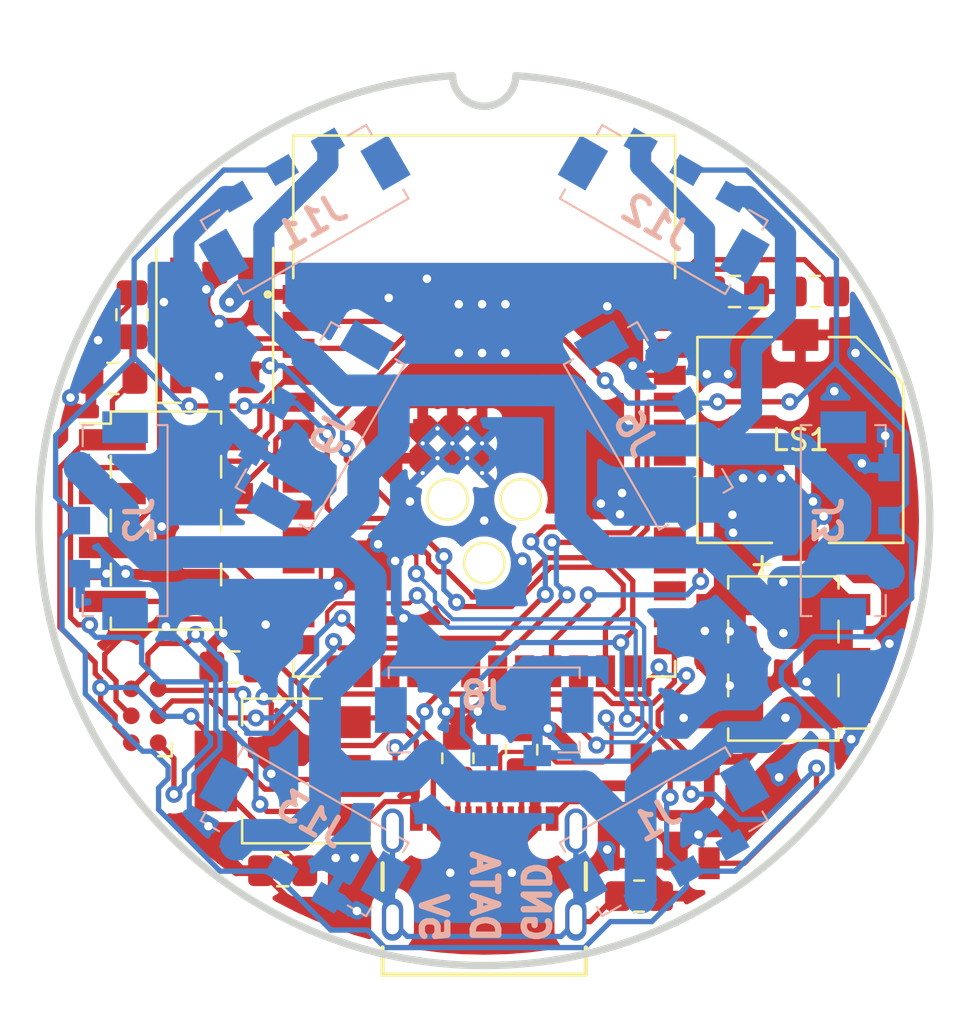
<source format=kicad_pcb>
(kicad_pcb (version 20211014) (generator pcbnew)

  (general
    (thickness 1.6)
  )

  (paper "A4")
  (layers
    (0 "F.Cu" signal)
    (31 "B.Cu" signal)
    (32 "B.Adhes" user "B.Adhesive")
    (33 "F.Adhes" user "F.Adhesive")
    (34 "B.Paste" user)
    (35 "F.Paste" user)
    (36 "B.SilkS" user "B.Silkscreen")
    (37 "F.SilkS" user "F.Silkscreen")
    (38 "B.Mask" user)
    (39 "F.Mask" user)
    (40 "Dwgs.User" user "User.Drawings")
    (41 "Cmts.User" user "User.Comments")
    (42 "Eco1.User" user "User.Eco1")
    (43 "Eco2.User" user "User.Eco2")
    (44 "Edge.Cuts" user)
    (45 "Margin" user)
    (46 "B.CrtYd" user "B.Courtyard")
    (47 "F.CrtYd" user "F.Courtyard")
    (48 "B.Fab" user)
    (49 "F.Fab" user)
    (50 "User.1" user)
    (51 "User.2" user)
    (52 "User.3" user)
    (53 "User.4" user)
    (54 "User.5" user)
    (55 "User.6" user)
    (56 "User.7" user)
    (57 "User.8" user)
    (58 "User.9" user)
  )

  (setup
    (stackup
      (layer "F.SilkS" (type "Top Silk Screen"))
      (layer "F.Paste" (type "Top Solder Paste"))
      (layer "F.Mask" (type "Top Solder Mask") (thickness 0.01))
      (layer "F.Cu" (type "copper") (thickness 0.035))
      (layer "dielectric 1" (type "core") (thickness 1.51) (material "FR4") (epsilon_r 4.5) (loss_tangent 0.02))
      (layer "B.Cu" (type "copper") (thickness 0.035))
      (layer "B.Mask" (type "Bottom Solder Mask") (thickness 0.01))
      (layer "B.Paste" (type "Bottom Solder Paste"))
      (layer "B.SilkS" (type "Bottom Silk Screen"))
      (copper_finish "None")
      (dielectric_constraints no)
    )
    (pad_to_mask_clearance 0)
    (pcbplotparams
      (layerselection 0x00010fc_ffffffff)
      (disableapertmacros false)
      (usegerberextensions false)
      (usegerberattributes true)
      (usegerberadvancedattributes true)
      (creategerberjobfile true)
      (svguseinch false)
      (svgprecision 6)
      (excludeedgelayer true)
      (plotframeref false)
      (viasonmask false)
      (mode 1)
      (useauxorigin false)
      (hpglpennumber 1)
      (hpglpenspeed 20)
      (hpglpendiameter 15.000000)
      (dxfpolygonmode true)
      (dxfimperialunits true)
      (dxfusepcbnewfont true)
      (psnegative false)
      (psa4output false)
      (plotreference true)
      (plotvalue true)
      (plotinvisibletext false)
      (sketchpadsonfab false)
      (subtractmaskfromsilk false)
      (outputformat 1)
      (mirror false)
      (drillshape 0)
      (scaleselection 1)
      (outputdirectory "gerber/")
    )
  )

  (net 0 "")
  (net 1 "+5V")
  (net 2 "GND")
  (net 3 "+3V3")
  (net 4 "ESP_EN")
  (net 5 "LED_INTERNAL")
  (net 6 "ESP_TX")
  (net 7 "ESP_RX")
  (net 8 "ESP_IO0")
  (net 9 "ESP_D+")
  (net 10 "LED_EXTERNAL")
  (net 11 "ESP_D-")
  (net 12 "ESP_IO4")
  (net 13 "Net-(J4-PadB5)")
  (net 14 "Net-(J4-PadS1)")
  (net 15 "Net-(J4-PadA5)")
  (net 16 "unconnected-(J4-PadA8)")
  (net 17 "unconnected-(J4-PadB8)")
  (net 18 "BUZZER")
  (net 19 "ESP_IO5")
  (net 20 "ESP_IO6")
  (net 21 "ESP_IO7")
  (net 22 "ESP_IO8")
  (net 23 "unconnected-(U2-Pad8)")
  (net 24 "unconnected-(U2-Pad9)")
  (net 25 "ESP_IO9")
  (net 26 "unconnected-(U2-Pad11)")
  (net 27 "unconnected-(U2-Pad15)")
  (net 28 "unconnected-(U2-Pad16)")
  (net 29 "unconnected-(U2-Pad18)")
  (net 30 "unconnected-(U2-Pad19)")
  (net 31 "unconnected-(U2-Pad20)")
  (net 32 "unconnected-(U2-Pad21)")
  (net 33 "unconnected-(U2-Pad22)")
  (net 34 "unconnected-(U2-Pad24)")
  (net 35 "unconnected-(U2-Pad26)")
  (net 36 "unconnected-(U2-Pad28)")
  (net 37 "unconnected-(U2-Pad29)")
  (net 38 "unconnected-(U2-Pad30)")
  (net 39 "unconnected-(U2-Pad31)")
  (net 40 "unconnected-(U2-Pad32)")
  (net 41 "unconnected-(U2-Pad33)")
  (net 42 "unconnected-(U2-Pad34)")
  (net 43 "unconnected-(U2-Pad35)")
  (net 44 "unconnected-(U2-Pad38)")
  (net 45 "unconnected-(U2-Pad39)")
  (net 46 "unconnected-(D2-Pad2)")
  (net 47 "unconnected-(D1-Pad2)")

  (footprint "LED_SMD:LED_WS2812B_PLCC4_5.0x5.0mm_P3.2mm" (layer "F.Cu") (at 59 63.7 -90))

  (footprint "TestPoint:TestPoint_Pad_D1.5mm" (layer "F.Cu") (at 51.73 49))

  (footprint "TestPoint:TestPoint_Pad_D1.5mm" (layer "F.Cu") (at 48.27 49))

  (footprint "Resistor_SMD:R_0805_2012Metric_Pad1.20x1.40mm_HandSolder" (layer "F.Cu") (at 57.3 67.7))

  (footprint "CMI-9705-0380-SMT-TR:CUI_CMI-9705-0380-SMT-TR" (layer "F.Cu") (at 64.9 46.2 180))

  (footprint "AMS1117:SOT-223-3Lead_TabPin2" (layer "F.Cu") (at 40.5 61.8 180))

  (footprint "Capacitor_SMD:C_0805_2012Metric_Pad1.18x1.45mm_HandSolder" (layer "F.Cu") (at 61.8 39.2 180))

  (footprint "Resistor_SMD:R_0805_2012Metric_Pad1.20x1.40mm_HandSolder" (layer "F.Cu") (at 48.758732 61.2 90))

  (footprint "Connector_PinHeader_2.54mm:PinHeader_2x04_P2.54mm_Vertical_SMD" (layer "F.Cu") (at 35 50))

  (footprint "Capacitor_SMD:C_0805_2012Metric_Pad1.18x1.45mm_HandSolder" (layer "F.Cu") (at 33.4 40.3 90))

  (footprint "LED_SMD:LED_WS2812B_PLCC4_5.0x5.0mm_P3.2mm" (layer "F.Cu") (at 37.3 40.8 -90))

  (footprint "Connector:Tag-Connect_TC2030-IDC-NL_2x03_P1.27mm_Vertical" (layer "F.Cu") (at 34 59.2 90))

  (footprint "ESP32-S3:XCVR_ESP32-S3-WROOM-1-N16R2" (layer "F.Cu") (at 50 44.6))

  (footprint "Resistor_SMD:R_0805_2012Metric_Pad1.20x1.40mm_HandSolder" (layer "F.Cu") (at 65.6 39.2 180))

  (footprint "USB:GCT_USB4105-GF-A" (layer "F.Cu") (at 50 68.8))

  (footprint "Connector_PinHeader_2.54mm:PinHeader_2x03_P2.54mm_Vertical_SMD" (layer "F.Cu") (at 64.1 56.5 180))

  (footprint "Capacitor_SMD:C_0805_2012Metric_Pad1.18x1.45mm_HandSolder" (layer "F.Cu") (at 40.5 66.5 180))

  (footprint "TestPoint:TestPoint_Pad_D1.5mm" (layer "F.Cu") (at 50 52))

  (footprint "Resistor_SMD:R_0805_2012Metric_Pad1.20x1.40mm_HandSolder" (layer "F.Cu") (at 51.764565 60.8 90))

  (footprint "Capacitor_SMD:C_0805_2012Metric_Pad1.18x1.45mm_HandSolder" (layer "F.Cu") (at 32.5 43.3 180))

  (footprint "Capacitor_SMD:C_0805_2012Metric_Pad1.18x1.45mm_HandSolder" (layer "F.Cu") (at 38.2 56.9 180))

  (footprint "KYOCERA:009155003541006" (layer "B.Cu") (at 43.07 46 -120))

  (footprint "KYOCERA:009155003541006" (layer "B.Cu") (at 42 63.86 -30))

  (footprint "KYOCERA:009155003541006" (layer "B.Cu") (at 58 63.86 30))

  (footprint "KYOCERA:009155003541006" (layer "B.Cu") (at 66 50 90))

  (footprint "KYOCERA:009155003541006" (layer "B.Cu") (at 56.93 46 120))

  (footprint "KYOCERA:009155003541006" (layer "B.Cu") (at 58 36.14 150))

  (footprint "KYOCERA:009155003541006" (layer "B.Cu") (at 50 58))

  (footprint "KYOCERA:009155003541006" (layer "B.Cu") (at 42 36.14 -150))

  (footprint "KYOCERA:009155003541006" (layer "B.Cu") (at 34 50 -90))

  (gr_curve (pts (xy 51.494084 29.029381) (xy 51.462519 29.829935) (xy 50.808295 30.470615) (xy 50.000011 30.470615)) (layer "Edge.Cuts") (width 0.35) (tstamp 02025f0d-2c36-4e8a-b2f2-bd209884a171))
  (gr_curve (pts (xy 71 49.970609) (xy 71 38.875572) (xy 62.393957 29.796475) (xy 51.494084 29.029381)) (layer "Edge.Cuts") (width 0.35) (tstamp 15e7e8ae-30f8-4ab4-8598-527b01c57ead))
  (gr_curve (pts (xy 29.000001 49.970609) (xy 29.000001 61.568588) (xy 38.402011 70.970619) (xy 50.000011 70.970619)) (layer "Edge.Cuts") (width 0.35) (tstamp 2fe86075-1652-4a57-add0-6a0d4ccd3bba))
  (gr_curve (pts (xy 50.000011 70.970619) (xy 61.59799 70.970619) (xy 71 61.568588) (xy 71 49.970609)) (layer "Edge.Cuts") (width 0.35) (tstamp 6f5105ac-cf26-4982-b835-feffb12fc1cd))
  (gr_curve (pts (xy 48.505916 29.029381) (xy 37.606022 29.796475) (xy 29.000001 38.875572) (xy 29.000001 49.970609)) (layer "Edge.Cuts") (width 0.35) (tstamp 83454dc4-d07d-4169-b1b5-ccfdc401f507))
  (gr_curve (pts (xy 50.000011 30.470615) (xy 49.191706 30.470615) (xy 48.537482 29.829935) (xy 48.505916 29.029381)) (layer "Edge.Cuts") (width 0.35) (tstamp ae5e877b-644d-456e-b5ef-1a64fc0b52f5))
  (gr_text "DATA" (at 50 70 270) (layer "B.SilkS") (tstamp 71347679-6d00-4bdf-82a7-292868af630f)
    (effects (font (size 1.2 1.2) (thickness 0.3)) (justify left mirror))
  )
  (gr_text "GND" (at 52.4 70 270) (layer "B.SilkS") (tstamp b78bfc8f-0469-4499-ad41-c131461c3c5d)
    (effects (font (size 1.2 1.2) (thickness 0.3)) (justify left mirror))
  )
  (gr_text "5V" (at 47.6 70 270) (layer "B.SilkS") (tstamp fcb97466-92b0-4979-a8fb-7f5018f5491e)
    (effects (font (size 1.2 1.2) (thickness 0.3)) (justify left mirror))
  )

  (segment (start 46.924511 59.724511) (end 46.899897 59.724511) (width 0.25) (layer "F.Cu") (net 1) (tstamp 030fd737-40d5-4175-b128-26520a012b9a))
  (segment (start 53.1 62.5) (end 52.4 63.2) (width 0.508) (layer "F.Cu") (net 1) (tstamp 056e3fb1-bfd0-4a1a-999a-0e1edc9a098b))
  (segment (start 57.014888 62.5) (end 53.1 62.5) (width 0.508) (layer "F.Cu") (net 1) (tstamp 074e0eb5-3e3b-469f-be18-5e18f2179514))
  (segment (start 47.6 64.620727) (end 47.6 60.4) (width 0.25) (layer "F.Cu") (net 1) (tstamp 07ab900c-56b9-40f4-a1a3-35d73d52a622))
  (segment (start 52.4 63.2) (end 52.4 64.145) (width 0.508) (layer "F.Cu") (net 1) (tstamp 0c4d0024-5bc7-49cb-9386-90eada18a372))
  (segment (start 64.2 59.3) (end 62.25 61.25) (width 0.508) (layer "F.Cu") (net 1) (tstamp 0de85d38-fffb-441c-bc4b-dc03d86bf42a))
  (segment (start 41.8375 59.5) (end 43.65 59.5) (width 0.25) (layer "F.Cu") (net 1) (tstamp 11e574f8-ae38-45b9-bf4b-bf5b025bea3e))
  (segment (start 46.475489 59.3) (end 43.85 59.3) (width 0.25) (layer "F.Cu") (net 1) (tstamp 177c1d6c-3946-4b4b-bc1e-c4f1611fa7f3))
  (segment (start 48.423303 65.44403) (end 47.6 64.620727) (width 0.25) (layer "F.Cu") (net 1) (tstamp 178b01c3-3525-4bde-be5b-965e18e01138))
  (segment (start 60.6 61.25) (end 60.606894 61.256894) (width 0.508) (layer "F.Cu") (net 1) (tstamp 1b764d70-49b8-4938-b315-8dd8dc080119))
  (segment (start 38.9 38.8) (end 38 39.7) (width 0.25) (layer "F.Cu") (net 1) (tstamp 1c03c037-c28d-49f8-b859-39fadfb4cc77))
  (segment (start 47.6 60.4) (end 46.924511 59.724511) (width 0.25) (layer "F.Cu") (net 1) (tstamp 207f823e-3f08-490e-9d2d-5d575a326a89))
  (segment (start 66.625 53.96) (end 65.44 53.96) (width 1.5) (layer "F.Cu") (net 1) (tstamp 26975d95-42df-4272-91ab-8254a3e856ff))
  (segment (start 59.956917 63.896776) (end 58.411664 63.896776) (width 0.508) (layer "F.Cu") (net 1) (tstamp 3c3fa1cb-8b3c-472d-99f5-e964b497045e))
  (segment (start 65.425 55.3) (end 64.1 55.3) (width 1.5) (layer "F.Cu") (net 1) (tstamp 40ae5dfd-e79d-4ba2-a478-9c0c78b80a7c))
  (segment (start 43.85 59.3) (end 43.65 59.5) (width 0.25) (layer "F.Cu") (net 1) (tstamp 4366cd33-2431-4a34-80de-68dddcd8e8da))
  (segment (start 64.46 59.04) (end 66.625 59.04) (width 1.5) (layer "F.Cu") (net 1) (tstamp 48e1014d-ef54-409d-a905-09cdcc1d8f72))
  (segment (start 39.2375 56.9) (end 41.8375 59.5) (width 0.25) (layer "F.Cu") (net 1) (tstamp 4d4dc126-b3f9-475c-a67c-1b211fc586a2))
  (segment (start 52.4 64.145) (end 52.4 64.620727) (width 0.25) (layer "F.Cu") (net 1) (tstamp 5406c95d-6a43-4391-a12b-77689e4b77a9))
  (segment (start 64.2 59.3) (end 64.46 59.04) (width 1.5) (layer "F.Cu") (net 1) (tstamp 54be5678-ace9-4269-8669-b254c522f261))
  (segment (start 60.606894 61.256894) (end 60.606894 63.246799) (width 0.508) (layer "F.Cu") (net 1) (tstamp 5b6c51a7-8a6d-4380-9e7b-03edcc6a8fdb))
  (segment (start 60.606894 63.246799) (end 59.956917 63.896776) (width 0.508) (layer "F.Cu") (net 1) (tstamp 66b834d2-6d95-42cc-a2dc-dfdf2b739f86))
  (segment (start 65.565 52.9) (end 66.625 53.96) (width 1.5) (layer "F.Cu") (net 1) (tstamp 722bf986-45f4-405e-92d6-50e3bfde1de9))
  (segment (start 65.44 53.96) (end 64.1 55.3) (width 1.5) (layer "F.Cu") (net 1) (tstamp 803862c9-7756-403f-86e2-ceb2ea9c6db0))
  (segment (start 46.475489 59.300103) (end 46.475489 59.3) (width 0.25) (layer "F.Cu") (net 1) (tstamp 890d2565-29ef-48d5-b957-fe7946924105))
  (segment (start 66.625 56.5) (end 66.625 53.96) (width 1.5) (layer "F.Cu") (net 1) (tstamp 8a8c8aab-8fff-4bc6-bcd5-81492c6f5a25))
  (segment (start 66.625 56.5) (end 65.425 55.3) (width 1.5) (layer "F.Cu") (net 1) (tstamp 9be6aa5c-f3de-4b2a-8dba-2abad9177567))
  (segment (start 62.25 61.25) (end 60.6 61.25) (width 0.508) (layer "F.Cu") (net 1) (tstamp a3b82aaf-8917-4bf1-825f-4eccf5628c55))
  (segment (start 58.411664 63.896776) (end 57.014888 62.5) (width 0.508) (layer "F.Cu") (net 1) (tstamp ab22a30c-4466-40f4-9b0d-7b50689a1d64))
  (segment (start 46.899897 59.724511) (end 46.475489 59.300103) (width 0.25) (layer "F.Cu") (net 1) (tstamp b8e94aa8-3d96-499d-a5f6-aeada9b27278))
  (segment (start 52.4 64.620727) (end 51.576697 65.44403) (width 0.25) (layer "F.Cu") (net 1) (tstamp c99f03cf-b293-4efb-b6b8-10cad10f2dd5))
  (segment (start 66.625 59.04) (end 66.625 56.5) (width 1.5) (layer "F.Cu") (net 1) (tstamp cd021c7c-a3e4-49a9-9924-9a2ac2027e27))
  (segment (start 64.1 52.9) (end 65.565 52.9) (width 1.5) (layer "F.Cu") (net 1) (tstamp d17c8490-4ef0-43d3-a4a3-3a2c356ba7c4))
  (segment (start 38.9 38.35) (end 38.9 38.8) (width 0.25) (layer "F.Cu") (net 1) (tstamp eec63d39-d678-40bb-878b-625d3d34d7ad))
  (segment (start 51.576697 65.44403) (end 48.423303 65.44403) (width 0.25) (layer "F.Cu") (net 1) (tstamp f075dec3-f423-4ff4-908b-cf9e14135946))
  (via (at 64.2 59.3) (size 0.8) (drill 0.4) (layers "F.Cu" "B.Cu") (free) (net 1) (tstamp 152df736-bd63-4ab6-a862-ef2665df6aae))
  (via (at 64.1 52.9) (size 0.8) (drill 0.4) (layers "F.Cu" "B.Cu") (net 1) (tstamp 1b91994d-411b-47be-b445-ca772b589251))
  (via (at 38 39.7) (size 0.8) (drill 0.4) (layers "F.Cu" "B.Cu") (net 1) (tstamp 47f2cfeb-f73c-49a2-a691-b97cd4ec5f4b))
  (via (at 38 39.7) (size 0.8) (drill 0.4) (layers "F.Cu" "B.Cu") (net 1) (tstamp c1285177-dd9d-49cd-80bd-70a2ab3095d3))
  (via (at 64.1 55.3) (size 0.8) (drill 0.4) (layers "F.Cu" "B.Cu") (net 1) (tstamp f13e39e0-a0cf-4006-a0ea-1b56d44d055b))
  (segment (start 35.502958 51.484551) (end 41.915449 51.484551) (width 1.5) (layer "B.Cu") (net 1) (tstamp 082186c9-d0a0-4d29-a62b-01c8422f74be))
  (segment (start 64.2 40.3) (end 62.6 41.9) (width 1) (layer "B.Cu") (net 1) (tstamp 0dd67083-7264-44d1-84b3-fe4a505d5d26))
  (segment (start 66.3 51.8) (end 65.2 52.9) (width 1.5) (layer "B.Cu") (net 1) (tstamp 0e5033c3-3734-4671-996f-232bd07652ab))
  (segment (start 67.5 49.2) (end 64.927564 46.627564) (width 1.5) (layer "B.Cu") (net 1) (tstamp 0f11ab20-40a5-4f39-bb25-d4e021c8984f))
  (segment (start 54.063527 43.863527) (end 52.736473 43.863527) (width 1.5) (layer "B.Cu") (net 1) (tstamp 114a5e2c-ee93-47f4-9fa9-2dae5610bc83))
  (segment (start 35.358987 51.628522) (end 35.502958 51.484551) (width 1.5) (layer "B.Cu") (net 1) (tstamp 1473f788-c18d-493e-91a2-f90958133612))
  (segment (start 60.244345 46.224937) (end 56.424937 46.224937) (width 1.5) (layer "B.Cu") (net 1) (tstamp 1abe8977-00b0-4a1b-8727-c6089add1937))
  (segment (start 41.915449 51.484551) (end 43.460523 51.484551) (width 1.5) (layer "B.Cu") (net 1) (tstamp 1e5ec873-238d-4479-b734-6e9e901ebae5))
  (segment (start 39.613527 40.313527) (end 41.597436 42.297436) (width 1) (layer "B.Cu") (net 1) (tstamp 1fc88450-3b8c-4385-9184-4d7597ff63d3))
  (segment (start 55.582518 51.5) (end 54.063527 49.981009) (width 1.5) (layer "B.Cu") (net 1) (tstamp 2194e58d-6d5c-491a-bafb-bb94a48bf8f3))
  (segment (start 60.843028 46.543028) (end 60.384641 46.084641) (width 1.5) (layer "B.Cu") (net 1) (tstamp 24ebef9d-1afc-42ca-8c3e-e1d9e0dca6b3))
  (segment (start 41.915449 51.484551) (end 44.3 49.1) (width 1.5) (layer "B.Cu") (net 1) (tstamp 2adb0004-ceee-4f02-9968-d6e7f4b8ecad))
  (segment (start 43.469975 62.049511) (end 42.495464 61.075) (width 1.5) (layer "B.Cu") (net 1) (tstamp 2c5b5f4c-cb77-431e-a448-ba1d3d748003))
  (segment (start 43.223063 43.863527) (end 41.656972 42.297436) (width 1.5) (layer "B.Cu") (net 1) (tstamp 2e01b078-f7ca-4c89-986c-02a4a28501e2))
  (segment (start 38.586473 39.113527) (end 38 39.7) (width 1) (layer "B.Cu") (net 1) (tstamp 2fddb94b-48d4-4917-a2e5-de9f685ac50b))
  (segment (start 60.104503 61.543762) (end 58.356222 61.543762) (width 1.5) (layer "B.Cu") (net 1) (tstamp 332a6c62-c05b-4011-8c6e-9d43f2b5b87a))
  (segment (start 52.736473 43.863527) (end 45.736473 43.863527) (width 1.5) (layer "B.Cu") (net 1) (tstamp 36727002-7a9c-423a-af02-abb07a8013df))
  (segment (start 60.384641 46.084641) (end 60.244345 46.224937) (width 1.5) (layer "B.Cu") (net 1) (tstamp 36d16d1a-bf8e-4f31-9892-486d2b0a16cc))
  (segment (start 64.2 36.473852) (end 64.2 40.3) (width 1) (layer "B.Cu") (net 1) (tstamp 3fa1a48e-1d42-4da7-937b-9763b1bbf485))
  (segment (start 57.372436 62.527548) (end 57.372436 67.773028) (width 1.5) (layer "B.Cu") (net 1) (tstamp 443adc2e-fbd6-4a33-9664-9c399c22f057))
  (segment (start 44.649511 55.870089) (end 42.495464 58.024136) (width 1.5) (layer "B.Cu") (net 1) (tstamp 49a9c62d-b9c6-495f-9bae-f2695e43df47))
  (segment (start 42.627564 33.222108) (end 39.613527 36.236145) (width 1) (layer "B.Cu") (net 1) (tstamp 4c00183c-8279-41d6-a39d-8c283cf31890))
  (segment (start 64.1 54.852) (end 60.748 51.5) (width 1.5) (layer "B.Cu") (net 1) (tstamp 4e443f2a-d407-46ef-98f5-26d70c7b31ff))
  (segment (start 43.460523 51.484551) (end 44.649511 52.673539) (width 1.5) (layer "B.Cu") (net 1) (tstamp 57cec411-8286-4bf9-93a4-26ebf223fb01))
  (segment (start 64.1 52.9) (end 64.1 55.3) (width 1.5) (layer "B.Cu") (net 1) (tstamp 598a069d-de96-4a1e-95a8-6b12c3a52c8a))
  (segment (start 64.2 59.3) (end 63.294424 60.205576) (width 1.5) (layer "B.Cu") (net 1) (tstamp 5a359bb7-25c9-4769-9867-7069ac1ef42e))
  (segment (start 42.495464 63.504536) (end 41.184505 64.815495) (width 1.5) (layer "B.Cu") (net 1) (tstamp 6920c578-c028-45e6-8916-45e76a5c76ff))
  (segment (start 62.6 44.870592) (end 60.843028 46.627564) (width 1) (layer "B.Cu") (net 1) (tstamp 69c9540d-0331-4746-9080-d6f3de498348))
  (segment (start 33 50.491502) (end 34.13702 51.628522) (width 1.5) (layer "B.Cu") (net 1) (tstamp 6a09b86f-21aa-40ca-b9f0-af6543315498))
  (segment (start 33 49.575) (end 33 50.491502) (width 1.5) (layer "B.Cu") (net 1) (tstamp 6db5d7fa-d60e-47e1-aee5-d3f2e3ceb117))
  (segment (start 38.754969 64.815495) (end 38.297436 65.273028) (width 1.5) (layer "B.Cu") (net 1) (tstamp 6fd53362-7f0c-4ca5-a4bd-1af16ee0121a))
  (segment (start 68.375 51.8) (end 66.3 51.8) (width 1.5) (layer "B.Cu") (net 1) (tstamp 78094de9-f506-482d-83bd-37601ad5475b))
  (segment (start 54.734797 62.524511) (end 48.949511 62.524511) (width 1.5) (layer "B.Cu") (net 1) (tstamp 7a93cfef-6b83-4659-87c6-58db18a93752))
  (segment (start 66.015464 51.8) (end 67.5 50.315464) (width 1.5) (layer "B.Cu") (net 1) (tstamp 7ced7daa-29b5-4570-88d9-0f0a064f89b5))
  (segment (start 56.424937 46.224937) (end 54.063527 43.863527) (width 1.5) (layer "B.Cu") (net 1) (tstamp 801b8dc4-0473-4c5e-83c7-cf15a6355a10))
  (segment (start 39.613527 36.236145) (end 39.613527 39.113527) (width 1) (layer "B.Cu") (net 1) (tstamp 80e0914c-c1cc-4fe8-bf5f-7506d60b550e))
  (segment (start 64.927564 46.627564) (end 60.843028 46.627564) (width 1.5) (layer "B.Cu") (net 1) (tstamp 84441dcd-4ca4-4065-80bd-94a00147675c))
  (segment (start 62.45312 34.726972) (end 64.2 36.473852) (width 1) (layer "B.Cu") (net 1) (tstamp 864b18d0-c57c-47c9-a8f2-9e4978ae65d8))
  (segment (start 45.736473 43.863527) (end 43.223063 43.863527) (width 1.5) (layer "B.Cu") (net 1) (tstamp 8c376f4c-f3b0-46e1-b670-1efc2bd03e87))
  (segment (start 46.525489 62.049511) (end 43.469975 62.049511) (width 1.5) (layer "B.Cu") (net 1) (tstamp 8ce40c1f-7cf9-4f73-94f3-3253016ab9c1))
  (segment (start 62.6 41.9) (end 62.6 44.870592) (width 1) (layer "B.Cu") (net 1) (tstamp 957bccfe-9fcd-439f-a68e-a200d984826d))
  (segment (start 42.495464 58.024136) (end 42.495464 61.075) (width 1.5) (layer "B.Cu") (net 1) (tstamp 9726e680-13a2-4be4-ba61-49d48afbfe4a))
  (segment (start 65.2 52.9) (end 64.1 52.9) (width 1.5) (layer "B.Cu") (net 1) (tstamp 9ae71bdf-847f-4b74-82ca-55ddce6be01e))
  (segment (start 67.5 50.315464) (end 67.5 49.2) (width 1.5) (layer "B.Cu") (net 1) (tstamp 9bd7ea73-55e2-44d3-8b44-263d04d8c44b))
  (segment (start 42.627564 32.226972) (end 42.627564 33.222108) (width 1) (layer "B.Cu") (net 1) (tstamp 9f0a8863-4e2f-4997-abd8-84f0e8314ed3))
  (segment (start 58.356222 61.543762) (end 57.372436 62.527548) (width 1.5) (layer "B.Cu") (net 1) (tstamp a06a2445-6c67-4433-835b-622edabe8881))
  (segment (start 69.075 52.5) (end 68.375 51.8) (width 1.5) (layer "B.Cu") (net 1) (tstamp a4509564-9000-435e-a6f4-3ca15bc3a94f))
  (segment (start 41.184505 64.815495) (end 38.754969 64.815495) (width 1.5) (layer "B.Cu") (net 1) (tstamp a7252b83-3704-4f5e-a525-43136e08fbc6))
  (segment (start 44.3 49.1) (end 44.3 47.708498) (width 1.5) (layer "B.Cu") (net 1) (tstamp a851f7e4-90ee-4439-9693-a9e659e12b9b))
  (segment (start 60.748 51.5) (end 55.582518 51.5) (width 1.5) (layer "B.Cu") (net 1) (tstamp ab728629-374a-4122-a2b5-74249383f94d))
  (segment (start 63.294424 60.205576) (end 61.442689 60.205576) (width 1.5) (layer "B.Cu") (net 1) (tstamp b5a00915-d661-4182-baa1-cdb5b9e52049))
  (segment (start 57.372436 65.16215) (end 54.734797 62.524511) (width 1.5) (layer "B.Cu") (net 1) (tstamp c71c782b-fdc6-4072-8e5d-11d025a9dbe8))
  (segment (start 39.613527 39.113527) (end 38.586473 39.113527) (width 1) (layer "B.Cu") (net 1) (tstamp cbd6ac1c-99ee-4e72-b1b0-a073362b8fbf))
  (segment (start 44.3 47.708498) (end 45.736473 46.272025) (width 1.5) (layer "B.Cu") (net 1) (tstamp ce648491-11c1-428b-a642-1d6af01815e8))
  (segment (start 54.063527 49.981009) (end 54.063527 43.863527) (width 1.5) (layer "B.Cu") (net 1) (tstamp d0c48030-0068-457b-9214-fe93aa4e990a))
  (segment (start 48.949511 62.524511) (end 47.5 61.075) (width 1.5) (layer "B.Cu") (net 1) (tstamp d2b6b233-ff00-42ea-8ada-86aa1ffeaf52))
  (segment (start 42.495464 61.075) (end 42.495464 63.504536) (width 1.5) (layer "B.Cu") (net 1) (tstamp d6533f5d-21e0-456b-a71a-57175ce94a21))
  (segment (start 39.613527 39.113527) (end 39.613527 40.313527) (width 1) (layer "B.Cu") (net 1) (tstamp d99e56ad-d560-419a-bf3b-66da77cb1131))
  (segment (start 61.442689 60.205576) (end 60.104503 61.543762) (width 1.5) (layer "B.Cu") (net 1) (tstamp dc03d84c-7f18-4b92-93d2-541190ac5c46))
  (segment (start 57.372436 67.773028) (end 57.372436 65.16215) (width 1.5) (layer "B.Cu") (net 1) (tstamp dd0a466c-23d6-4d3e-8077-211b82afca94))
  (segment (start 34.13702 51.628522) (end 35.358987 51.628522) (width 1.5) (layer "B.Cu") (net 1) (tstamp e017bf43-e370-4d59-92d1-13849e3bb101))
  (segment (start 64.1 55.3) (end 64.1 54.852) (width 1.5) (layer "B.Cu") (net 1) (tstamp e35e48c2-0e9b-4fa6-83d1-d8c5f5600034))
  (segment (start 60.843028 46.627564) (end 60.843028 46.543028) (width 1.5) (layer "B.Cu") (net 1) (tstamp e695cef7-19ac-45af-a4b7-7eb472ada3b3))
  (segment (start 61.702564 34.726972) (end 62.45312 34.726972) (width 1) (layer "B.Cu") (net 1) (tstamp f8db51f0-db26-4536-b95f-eb636b6728c8))
  (segment (start 47.5 61.075) (end 46.525489 62.049511) (width 1.5) (layer "B.Cu") (net 1) (tstamp fd142454-1a98-4ab0-a172-8363db699a20))
  (segment (start 45.736473 46.272025) (end 45.736473 43.863527) (width 1.5) (layer "B.Cu") (net 1) (tstamp fdeafd21-a6ef-41fb-9887-6cb990cbfc2c))
  (segment (start 44.649511 52.673539) (end 44.649511 55.870089) (width 1.5) (layer "B.Cu") (net 1) (tstamp fdf6af49-558f-438a-a720-fb33f13d1881))
  (segment (start 30.925 47.5) (end 33 49.575) (width 1.5) (layer "B.Cu") (net 1) (tstamp ff27fbe4-7743-4266-9324-136bccce5c3a))
  (segment (start 61.575 50.725) (end 61.575 53.96) (width 1.5) (layer "F.Cu") (net 2) (tstamp 000f0969-fad6-49dd-be41-93f8e99bbebb))
  (segment (start 31.8 41.312507) (end 33.4 39.712507) (width 0.25) (layer "F.Cu") (net 2) (tstamp 003d8e64-f21d-403b-a01d-952489788d1a))
  (segment (start 39.963027 58.650126) (end 39.615038 58.302137) (width 0.25) (layer "F.Cu") (net 2) (tstamp 0087d53f-1b04-4b66-b45f-b0e7fd731a63))
  (segment (start 61.575 53.96) (end 61.575 56.5) (width 1.5) (layer "F.Cu") (net 2) (tstamp 039d24c4-cda6-41d9-bab0-ac3c8cbb299e))
  (segment (start 45 51.12404) (end 44.90849 51.12404) (width 1) (layer "F.Cu") (net 2) (tstamp 0771c447-4ba8-4f3b-a343-d921d42d656a))
  (segment (start 46.8 64.045) (end 46.8 63.5) (width 0.25) (layer "F.Cu") (net 2) (tstamp 09b7e8a2-3107-4bd5-8a78-02c57d748707))
  (segment (start 39.963027 61.933292) (end 39.963027 58.650126) (width 0.25) (layer "F.Cu") (net 2) (tstamp 0b39c087-6ae7-4dc3-8da0-86f1b24a1829))
  (segment (start 33.4 39.2625) (end 34.4625 39.2625) (width 0.25) (layer "F.Cu") (net 2) (tstamp 0c2ed318-f732-414c-b64b-a3994fd8c9ad))
  (segment (start 61.728241 50.571759) (end 61.575 50.725) (width 1.5) (layer "F.Cu") (net 2) (tstamp 0ee83f2e-61ac-4a9f-a5c2-c8f4bae153b4))
  (segment (start 44 68.4) (end 41.3625 68.4) (width 0.25) (layer "F.Cu") (net 2) (tstamp 10329a72-ce6d-4c75-8d94-a5f004293826))
  (segment (start 31.8 41.5) (end 31.8 41.312507) (width 0.25) (layer "F.Cu") (net 2) (tstamp 1129d20d-0957-4fcb-8aaa-c79f12117fc2))
  (segment (start 59.66 59.04) (end 59.4 59.3) (width 1.5) (layer "F.Cu") (net 2) (tstamp 12138078-9eaa-4dbb-a3f9-df6a85a7c494))
  (segment (start 53.2 64.045) (end 53.2 64.013598) (width 0.25) (layer "F.Cu") (net 2) (tstamp 1550a241-8f9c-4368-896e-fcae5d26e396))
  (segment (start 48.758732 60.2) (end 48.758732 59.558732) (width 0.508) (layer "F.Cu") (net 2) (tstamp 181d7a49-499f-40c2-a3a1-e723ff4b9730))
  (segment (start 37.1625 56.9) (end 37.1625 55.8375) (width 0.508) (layer "F.Cu") (net 2) (tstamp 1c7567bf-0da5-488b-a12c-535c91fef244))
  (segment (start 41.25 39.34) (end 39.992 39.34) (width 0.508) (layer "F.Cu") (net 2) (tstamp 1da8ce52-2094-4962-8dff-ce535609d4c0))
  (segment (start 43.133745 53.066255) (end 45 51.2) (width 1) (layer "F.Cu") (net 2) (tstamp 22d14641-c4bf-4c94-9841-f6c812aca97d))
  (segment (start 60.1 64.8) (end 58.75 66.15) (width 0.25) (layer "F.Cu") (net 2) (tstamp 24cc236d-fbfa-42ea-bffe-74ffb5855c34))
  (segment (start 61.728241 50.571759) (end 61.728241 53.240755) (width 1.5) (layer "F.Cu") (net 2) (tstamp 2c98dfbc-a03d-41ed-ad31-be65c39914fe))
  (segment (start 65.2 57.6) (end 61.75 57.6) (width 0.508) (layer "F.Cu") (net 2) (tstamp 2f017ee2-e6bd-4154-8fb4-6bcb61a9fc61))
  (segment (start 58.75 66.15) (end 57.4 66.15) (width 0.25) (layer "F.Cu") (net 2) (tstamp 32eb061d-4e02-48aa-843f-298f863eca7b))
  (segment (start 33.365 59.2) (end 32.646789 58.481789) (width 0.25) (layer "F.Cu") (net 2) (tstamp 3333742f-4228-49ff-b68d-bff81e3c2038))
  (segment (start 48.758732 60.2) (end 48.758732 59.941268) (width 0.508) (layer "F.Cu") (net 2) (tstamp 34f82d77-f16c-4f63-bc7f-2b6d00d271fe))
  (segment (start 46.3 59.9) (end 46.8 60.4) (width 0.25) (layer "F.Cu") (net 2) (tstamp 36c8f0f7-6e3e-40bc-acd2-7d31d091a904))
  (segment (start 58.3 67.7) (end 58.3 67.05) (width 0.25) (layer "F.Cu") (net 2) (tstamp 3925e900-bd73-4fb0-ad5d-7f61ffd5afc7))
  (segment (start 38.7 66.5) (end 37 64.8) (width 0.25) (layer "F.Cu") (net 2) (tstamp 3f9bfc70-dd9a-475b-b61f-0577e2514164))
  (segment (start 53.2 64.013598) (end 53.968118 63.24548) (width 0.25) (layer "F.Cu") (net 2) (tstamp 40aeb252-02a6-45e1-9eed-aea842bceb7d))
  (segment (start 39.992 39.34) (end 38.632 40.7) (width 0.508) (layer "F.Cu") (net 2) (tstamp 40e3e005-57d3-446c-9c01-0605a5e70512))
  (segment (start 45.5 59.9) (end 46.3 59.9) (width 0.25) (layer "F.Cu") (net 2) (tstamp 4a69f25e-4920-4c4b-8c33-f825d7a3a1e3))
  (segment (start 60.449511 54.519485) (end 60.449511 55.2) (width 1.5) (layer "F.Cu") (net 2) (tstamp 4d46d2f1-7ba4-4e80-8c6e-827b58c5685e))
  (segment (start 48.758732 59.558732) (end 48.2 59) (width 0.508) (layer "F.Cu") (net 2) (tstamp 53758275-2597-48dc-8999-4af491b8a05f))
  (segment (start 61.575 56.5) (end 61.575 59.04) (width 1.5) (layer "F.Cu") (net 2) (tstamp 5cab7d25-37e8-469b-9cd8-4ce0e85c7e6c))
  (segment (start 45.8 51.9) (end 45.784455 51.9) (width 0.508) (layer "F.Cu") (net 2) (tstamp 6c3167fe-234e-486c-82f2-14db485bca89))
  (segment (start 48.758732 59.941268) (end 49.7 59) (width 0.508) (layer "F.Cu") (net 2) (tstamp 6c9d285f-7a91-4100-84fc-b5608ce0bdc6))
  (segment (start 46.8 60.4) (end 46.8 64.045) (width 0.25) (layer "F.Cu") (net 2) (tstamp 71f1915f-ed25-44cf-a0ca-7cf7b34fa7a8))
  (segment (start 46.8 63.5) (end 46.54548 63.24548) (width 0.25) (layer "F.Cu") (net 2) (tstamp 765f4c0e-c7c8-45be-b175-2d2f7e99da7d))
  (segment (start 61.575 53.96) (end 61.575 55.225) (width 1.5) (layer "F.Cu") (net 2) (tstamp 77501b8d-a550-41f0-9326-6e21cbe2ad66))
  (segment (start 32.114179 57.020293) (end 32.114179 56.299707) (width 0.25) (layer "F.Cu") (net 2) (tstamp 7cf21e8e-d0ab-4099-b6fd-26eea4c231f5))
  (segment (start 32.646789 57.552903) (end 32.114179 57.020293) (width 0.25) (layer "F.Cu") (net 2) (tstamp 80102e28-3510-4263-a528-371406071e1e))
  (segment (start 60.1 64.8) (end 61.2 64.8) (width 0.25) (layer "F.Cu") (net 2) (tstamp 986f5875-cbc4-4389-b367-93f40dbd0ec7))
  (segment (start 61.2 64.8) (end 63.9 62.1) (width 0.25) (layer "F.Cu") (net 2) (tstamp 9993137d-fb1c-483b-ba41-574eb2ad20a6))
  (segment (start 61.575 59.04) (end 59.66 59.04) (width 1.5) (layer "F.Cu") (net 2) (tstamp 9bf66861-ad82-4d80-8734-cad7a5323cb2))
  (segment (start 45.328118 63.24548) (end 44.473598 64.1) (width 0.25) (layer "F.Cu") (net 2) (tstamp a6bd0d38-b484-4d83-8838-2042fb4c4fd3))
  (segment (start 61.75 57.6) (end 61.575 57.775) (width 0.508) (layer "F.Cu") (net 2) (tstamp b01d628c-0998-41b5-9f22-12eacb2778cd))
  (segment (start 37.1625 55.8375) (end 37.7 55.3) (width 0.508) (layer "F.Cu") (net 2) (tstamp b1f29d09-2a07-4c94-82df-43c2fe331c1b))
  (segment (start 33.4 39.712507) (end 33.4 39.2625) (width 0.25) (layer "F.Cu") (net 2) (tstamp b23235c7-f827-4948-a500-514b2d9a3cd0))
  (segment (start 60.425 55.225) (end 60.4 55.2) (width 0.25) (layer "F.Cu") (net 2) (tstamp b656f341-6a02-4664-bac1-384ab05005c7))
  (segment (start 32.114179 56.299707) (end 33.413886 55) (width 0.25) (layer "F.Cu") (net 2) (tstamp ba610d6a-fe0c-44c7-aed9-3326c0d5d8ea))
  (segment (start 45 51.2) (end 45 51.12404) (width 1) (layer "F.Cu") (net 2) (tstamp bbc016fb-2a36-4bb8-9736-55970756747e))
  (segment (start 41.3625 68.4) (end 39.4625 66.5) (width 0.25) (layer "F.Cu") (net 2) (tstamp bdaa5bbf-bc16-4a61-b1e5-d0f136b0ee66))
  (segment (start 57.4 65.973598) (end 57.4 66.15) (width 0.25) (layer "F.Cu") (net 2) (tstamp c79a764c-2d21-4e47-bebd-811f08fe17d0))
  (segment (start 39.4625 66.5) (end 38.7 66.5) (width 0.25) (layer "F.Cu") (net 2) (tstamp c8fe8b10-db07-43d8-a1ee-a21aa4d23a3a))
  (segment (start 60.4 55.2) (end 60.4 56.6) (width 1) (layer "F.Cu") (net 2) (tstamp c9605906-30eb-4a8c-b9b6-21b70dad0e0e))
  (segment (start 33.413886 55) (end 35 55) (width 0.25) (layer "F.Cu") (net 2) (tstamp ca9ec4cd-b6b5-4289-8252-6d6aeca031be))
  (segment (start 45.784455 51.9) (end 44.998134 51.113679) (width 0.508) (layer "F.Cu") (net 2) (tstamp cd8edbee-7409-4a9b-a31b-18fc25515a64))
  (segment (start 60.4 56.6) (end 61.575 57.775) (width 1) (layer "F.Cu") (net 2) (tstamp d4b98b08-b623-4b95-a8d7-47f8d92ba1ad))
  (segment (start 34.4625 39.2625) (end 34.9 39.7) (width 0.25) (layer "F.Cu") (net 2) (tstamp d97e4468-2a2d-41ec-a873-bebbd2f1c219))
  (segment (start 58.3 67.05) (end 57.4 66.15) (width 0.25) (layer "F.Cu") (net 2) (tstamp e0bc5d8a-6275-43ae-a080-2e29b04d686a))
  (segment (start 61.728241 53.240755) (end 60.449511 54.519485) (width 1.5) (layer "F.Cu") (net 2) (tstamp e2244c7d-c304-458c-a500-13a48bbfdc4f))
  (segment (start 53.968118 63.24548) (end 54.671882 63.24548) (width 0.25) (layer "F.Cu") (net 2) (tstamp e4269506-fd25-42c7-b425-f277a7919b10))
  (segment (start 54.671882 63.24548) (end 57.4 65.973598) (width 0.25) (layer "F.Cu") (net 2) (tstamp e8aaa1d1-7c2c-4388-9d13-142c527c27ee))
  (segment (start 38.632 40.7) (end 37.5 40.7) (width 0.508) (layer "F.Cu") (net 2) (tstamp e9f4827a-bb87-4993-ac02-eab2c5a06584))
  (segment (start 46.54548 63.24548) (end 45.328118 63.24548) (width 0.25) (layer "F.Cu") (net 2) (tstamp eb15bab1-9a8b-4418-b640-b6bd611b1f3a))
  (segment (start 41.296319 60.6) (end 44.8 60.6) (width 0.25) (layer "F.Cu") (net 2) (tstamp ec814334-be89-4e89-89b5-253b8153bd2d))
  (segment (start 32.646789 58.481789) (end 32.646789 57.552903) (width 0.25) (layer "F.Cu") (net 2) (tstamp ed22ab5c-9a7f-4e18-afb9-59598f3239f9))
  (segment (start 44.473598 64.1) (end 43.65 64.1) (width 0.25) (layer "F.Cu") (net 2) (tstamp ef707bb5-7720-42e1-a94e-5205c5349d15))
  (segment (start 44.8 60.6) (end 45.5 59.9) (width 0.25) (layer "F.Cu") (net 2) (tstamp f8351ed5-c4da-4866-bae4-610e064ede6b))
  (segment (start 37 64.8) (end 37 64.4) (width 0.25) (layer "F.Cu") (net 2) (tstamp fa19d7d6-2388-45cc-9089-7d67a6f8ad2e))
  (segment (start 39.963027 61.933292) (end 41.296319 60.6) (width 0.25) (layer "F.Cu") (net 2) (tstamp fa58aa8e-4f2a-4696-8417-9b992e1d0e99))
  (via (at 50 50) (size 0.8) (drill 0.4) (layers "F.Cu" "B.Cu") (free) (net 2) (tstamp 00580b43-e189-461b-9bcc-0d46cbb36b49))
  (via (at 65.5 49.1) (size 0.8) (drill 0.4) (layers "F.Cu" "B.Cu") (free) (net 2) (tstamp 0389eb20-959f-4c15-83b9-b75833da6a8a))
  (via (at 48.8 42.1) (size 0.8) (drill 0.4) (layers "F.Cu" "B.Cu") (free) (net 2) (tstamp 038a083c-a4a7-4346-ac49-b90cf1d0b458))
  (via (at 55.8 39.9) (size 0.8) (drill 0.4) (layers "F.Cu" "B.Cu") (free) (net 2) (tstamp 071d999d-ef73-4a76-82d2-0b122be834fb))
  (via (at 45.8 51.9) (size 0.8) (drill 0.4) (layers "F.Cu" "B.Cu") (free) (net 2) (tstamp 099c3c78-d0a5-40cd-9595-31c4619f63e3))
  (via (at 45.5 39.5) (size 0.8) (drill 0.4) (layers "F.Cu" "B.Cu") (free) (net 2) (tstamp 0d2eae70-62b8-43d9-861c-707223e628ec))
  (via (at 49.9 39.8) (size 0.8) (drill 0.4) (layers "F.Cu" "B.Cu") (free) (net 2) (tstamp 0e9815cf-7b7a-4318-bda8-75236a8c9218))
  (via (at 37.5 40.7) (size 0.8) (drill 0.4) (layers "F.Cu" "B.Cu") (free) (net 2) (tstamp 1377abff-e32b-40ee-b34b-6d66fbddaa77))
  (via (at 65.2 57.6) (size 0.8) (drill 0.4) (layers "F.Cu" "B.Cu") (free) (net 2) (tstamp 16379e5b-efba-4834-98b1-db4ffcb13ab9))
  (via (at 60.1 64.8) (size 0.8) (drill 0.4) (layers "F.Cu" "B.Cu") (free) (net 2) (tstamp 18810d4c-693d-4391-8362-27fe365e02bf))
  (via (at 69.1 55.8) (size 0.8) (drill 0.4) (layers "F.Cu" "B.Cu") (free) (net 2) (tstamp 1f770570-388e-4031-bde2-c9ec572b3a75))
  (via (at 60.5 43.1) (size 0.8) (drill 0.4) (layers "F.Cu" "B.Cu") (free) (net 2) (tstamp 24b2e3de-773c-4383-a4ee-c6ab61df4388))
  (via (at 49.7 59) (size 0.8) (drill 0.4) (layers "F.Cu" "B.Cu") (free) (net 2) (tstamp 27553ebd-c604-40ff-8a88-904e95766c65))
  (via (at 48.8 39.8) (size 0.8) (drill 0.4) (layers "F.Cu" "B.Cu") (free) (net 2) (tstamp 28530596-78e2-41a0-915f-7a3d54f1b42c))
  (via (at 37.5 43.2) (size 0.8) (drill 0.4) (layers "F.Cu" "B.Cu") (net 2) (tstamp 2c6c8cfb-3df0-47e7-93f9-3da3763eed62))
  (via (at 48.2 59) (size 0.8) (drill 0.4) (layers "F.Cu" "B.Cu") (free) (net 2) (tstamp 2c8bb7d9-46fb-4771-a599-0fa6ccf16ec1))
  (via (at 66 49.8) (size 0.8) (drill 0.4) (layers "F.Cu" "B.Cu") (free) (net 2) (tstamp 31d9d0f0-40ad-4778-931e-cf91153ed0dc))
  (via (at 39.7 54.9) (size 0.8) (drill 0.4) (layers "F.Cu" "B.Cu") (free) (net 2) (tstamp 38c86c1e-e757-404f-82a3-6618f3bd2dbe))
  (via (at 44 68.4) (size 0.8) (drill 0.4) (layers "F.Cu" "B.Cu") (net 2) (tstamp 3ab82c1e-d8d1-4ff0-aade-1c772460af77))
  (via (at 53 59.8) (size 0.8) (drill 0.4) (layers "F.Cu" "B.Cu") (free) (net 2) (tstamp 44d4673b-0472-4bcc-915e-3eb98c33e7e6))
  (via (at 61.728241 50.571759) (size 0.8) (drill 0.4) (layers "F.Cu" "B.Cu") (net 2) (tstamp 4f077a62-3f0b-4ad1-ba30-f5d4dd227c07))
  (via (at 63.9 62.1) (size 0.8) (drill 0.4) (layers "F.Cu" "B.Cu") (free) (net 2) (tstamp 56268a0b-8a31-47c5-a57f-5c22f504a763))
  (via (at 62.2 48) (size 0.8) (drill 0.4) (layers "F.Cu" "B.Cu") (free) (net 2) (tstamp 5f2eef8d-08fd-497c-9422-5d71bf0fc061))
  (via (at 66.5 43.9) (size 0.8) (drill 0.4) (layers "F.Cu" "B.Cu") (free) (net 2) (tstamp 5f8a1cc9-8abf-4d89-a779-0050239d8a5e))
  (via (at 37.7 55.3) (size 0.8) (drill 0.4) (layers "F.Cu" "B.Cu") (free) (net 2) (tstamp 65051e93-dab6-4986-ae2d-cb833e1c1db6))
  (via (at 63.1 48) (size 0.8) (drill 0.4) (layers "F.Cu" "B.Cu") (free) (net 2) (tstamp 6a01e257-ac62-499d-abdc-655aeed57933))
  (via (at 33.1 52.5) (size 0.8) (drill 0.4) (layers "F.Cu" "B.Cu") (free) (net 2) (tstamp 6d893a3e-deb2-481b-aa5b-b32c8c98eefa))
  (via (at 55.8 65.5) (size 0.8) (drill 0.4) (layers "F.Cu" "B.Cu") (free) (net 2) (tstamp 6e7b1faf-a873-44ad-a7c6-82c2a3654dff))
  (via (at 57 42.7) (size 0.8) (drill 0.4) (layers "F.Cu" "B.Cu") (free) (net 2) (tstamp 7113fee8-8ad8-4b53-93b5-581d66cdc0b6))
  (via (at 39.963027 61.933292) (size 0.8) (drill 0.4) (layers "F.Cu" "B.Cu") (free) (net 2) (tstamp 71461167-ada8-4532-90af-c83c601a8dd3))
  (via (at 30.5 44.2) (size 0.8) (drill 0.4) (layers "F.Cu" "B.Cu") (free) (net 2) (tstamp 76a5ed07-254c-4c48-a2d5-b0a827ad8f6e))
  (via (at 43.9 65.9) (size 0.8) (drill 0.4) (layers "F.Cu" "B.Cu") (free) (net 2) (tstamp 7814c381-deec-46f9-8137-5bcc8d127ee2))
  (via (at 44.998134 51.113679) (size 0.8) (drill 0.4) (layers "F.Cu" "B.Cu") (free) (net 2) (tstamp 79bfcd03-6f1a-4cde-b764-6ee6d68d77c1))
  (via (at 51.3 66.6) (size 0.8) (drill 0.4) (layers "F.Cu" "B.Cu") (free) (net 2) (tstamp 7cd351f3-86a9-406c-91c0-cffd517af281))
  (via (at 67.8 47.3) (size 0.8) (drill 0.4) (layers "F.Cu" "B.Cu") (free) (net 2) (tstamp 891edcc3-f1a0-4902-b94d-3ab616a32ed1))
  (via (at 34.9 39.7) (size 0.8) (drill 0.4) (layers "F.Cu" "B.Cu") (free) (net 2) (tstamp 8df0cb35-7cea-4732-add3-1ec70215e5d9))
  (via (at 67.5 42.1) (size 0.8) (drill 0.4) (layers "F.Cu" "B.Cu") (free) (net 2) (tstamp 8e0b6e99-cec5-4cb6-a984-eb131d70f930))
  (via (at 68.9 46) (size 0.8) (drill 0.4) (layers "F.Cu" "B.Cu") (free) (net 2) (tstamp 8ee8baf1-a102-461c-afd2-acd4d925ee79))
  (via (at 43.133745 53.066255) (size 0.8) (drill 0.4) (layers "F.Cu" "B.Cu") (free) (net 2) (tstamp 91dd7e41-d626-4915-a994-e8f439cc468a))
  (via (at 51.8 51.9) (size 0.8) (drill 0.4) (layers "F.Cu" "B.Cu") (free) (net 2) (tstamp 94212674-93b9-4397-b4d6-b0e89625d342))
  (via (at 59.4 59.3) (size 0.8) (drill 0.4) (layers "F.Cu" "B.Cu") (net 2) (tstamp 95c8a93e-e8fe-43cb-a36f-6eddd802be5d))
  (via (at 39.615038 58.302137) (size 0.8) (drill 0.4) (layers "F.Cu" "B.Cu") (free) (net 2) (tstamp 968bbbe2-b530-4c64-9213-c9ab731bc424))
  (via (at 51 39.8) (size 0.8) (drill 0.4) (layers "F.Cu" "B.Cu") (free) (net 2) (tstamp 99ef351e-b6ea-433e-88f3-e5823654559b))
  (via (at 36.9 39.1) (size 0.8) (drill 0.4) (layers "F.Cu" "B.Cu") (free) (net 2) (tstamp 9a731c3e-accf-4fb9-8c4b-7c9014dd0415))
  (via (at 35 55) (size 0.8) (drill 0.4) (layers "F.Cu" "B.Cu") (free) (net 2) (tstamp 9cd1b75e-f626-4f12-89a5-15d9333ab011))
  (via (at 48.4 66.6) (size 0.8) (drill 0.4) (layers "F.Cu" "B.Cu") (free) (net 2) (tstamp a15b7502-1663-41c0-aed2-c7ccf4f211d4))
  (via (at 43 65.9) (size 0.8) (drill 0.4) (layers "F.Cu" "B.Cu") (free) (net 2) (tstamp abe4b949-7548-4a8d-9f9a-5438e39c2419))
  (via (at 49.9 42.1) (size 0.8) (drill 0.4) (layers "F.Cu" "B.Cu") (free) (net 2) (tstamp ad6a4762-6f77-480d-813f-89a395a9bbf0))
  (via (at 56.5 48.7) (size 0.8) (drill 0.4) (layers "F.Cu" "B.Cu") (free) (net 2) (tstamp b0eae3fb-506b-4182-bb1b-cbee50456a3f))
  (via (at 61.575 55.225) (size 0.8) (drill 0.4) (layers "F.Cu" "B.Cu") (net 2) (tstamp ba508653-c8a3-4c82-a812-5a1051485d73))
  (via (at 61.5 43.1) (size 0.8) (drill 0.4) (layers "F.Cu" "B.Cu") (free) (net 2) (tstamp bc7024f6-294a-44f3-8492-d3384e11c6af))
  (via (at 37 64.4) (size 0.8) (drill 0.4) (layers "F.Cu" "B.Cu") (free) (net 2) (tstamp c1232765-e1a5-4f32-bc66-5c1764da1d41))
  (via (at 46.5 49.1) (size 0.8) (drill 0.4) (layers "F.Cu" "B.Cu") (free) (net 2) (tstamp c97f0fdc-2e13-4da2-a971-e8202a3f55af))
  (via (at 31.8 41.5) (size 0.8) (drill 0.4) (layers "F.Cu" "B.Cu") (free) (net 2) (tstamp ccbaa0db-1030-41bb-900b-ca594fdbe2e9))
  (via (at 55.5 49.2) (size 0.8) (drill 0.4) (layers "F.Cu" "B.Cu") (free) (net 2) (tstamp d5eeb417-5080-4cc1-835f-9c608876c820))
  (via (at 64 48) (size 0.8) (drill 0.4) (layers "F.Cu" "B.Cu") (free) (net 2) (tstamp d7982d10-ccf6-4f1c-b2b6-78f95081c4c2))
  (via (at 34.8 50.279011) (size 0.8) (drill 0.4) (layers "F.Cu" "B.Cu") (free) (net 2) (tstamp dee44414-dd95-4c06-af07-c20e372744cb))
  (via (at 61.575 57.775) (size 0.8) (drill 0.4) (layers "F.Cu" "B.Cu") (net 2) (tstamp e094e93a-dbbb-4bfd-b774-c0e25fe8514f))
  (via (at 51 42.1) (size 0.8) (drill 0.4) (layers "F.Cu" "B.Cu") (free) (net 2) (tstamp e1f85a9d-6260-47d5-9d1a-638820b8a129))
  (via (at 47.3 38.6) (size 0.8) (drill 0.4) (layers "F.Cu" "B.Cu") (free) (net 2) (tstamp e4a4a9c1-ce32-4075-b7df-97b33d432ab6))
  (via (at 32.2 52.5) (size 0.8) (drill 0.4) (layers "F.Cu" "B.Cu") (free) (net 2) (tstamp e7b015a4-1072-4ec4-a151-bfec8555f3fa))
  (via (at 56.4 49.7) (size 0.8) (drill 0.4) (layers "F.Cu" "B.Cu") (free) (net 2) (tstamp ec088bb2-9457-4a16-b7be-58b0c4cce862))
  (via (at 60.4 55.2) (size 0.8) (drill 0.4) (layers "F.Cu" "B.Cu") (net 2) (tstamp f00cfe06-b2a8-4c35-90c5-7a89d13f2f76))
  (via (at 67.3 60.3) (size 0.8) (drill 0.4) (layers "F.Cu" "B.Cu") (free) (net 2) (tstamp f219976f-864b-43f1-87a4-9e5256df8f3a))
  (via (at 46.2 54.6) (size 0.8) (drill 0.4) (layers "F.Cu" "B.Cu") (free) (net 2) (tstamp f679fb7e-fa6e-40f5-b55d-fcebfb109581))
  (via (at 61.7 49.7245) (size 0.8) (drill 0.4) (layers "F.Cu" "B.Cu") (free) (net 2) (tstamp fb0423e3-4baf-4f66-a27f-f7bba7fddf0b))
  (segment (start 36.1 62.9) (end 36.1 63.5) (width 0.25) (layer "B.Cu") (net 2) (tstamp 03da2589-4d4a-44b6-b261-7fedd810872d))
  (segment (start 36.318832 61.981168) (end 36.318832 62.681168) (width 0.25) (layer "B.Cu") (net 2) (tstamp 15bb0ffa-76e5-47ae-9a3c-5549d1227bee))
  (segment (start 60.386473 40.313527) (end 58.402564 42.297436) (width 1) (layer "B.Cu") (net 2) (tstamp 188fd311-ee4b-425e-899f-8f867e879fa2))
  (segment (start 37.35048 57.35048) (end 37.35048 59.850479) (width 0.25) (layer "B.Cu") (net 2) (tstamp 18fab4fd-b134-45fe-afce-15ddcf7f828a))
  (segment (start 56.5 48.7) (end 60.6755 48.7) (width 1.5) (layer "B.Cu") (net 2) (tstamp 1b323c08-2483-43d2-a4c7-a7cbca621bdd))
  (segment (start 61.179072 49.348012) (end 62.2 48.327084) (width 1.5) (layer "B.Cu") (net 2) (tstamp 20bb2410-18a7-4ba6-9e05-e0e1ec6e0e56))
  (segment (start 60.386473 36.286473) (end 60.386473 40.313527) (width 1) (layer "B.Cu") (net 2) (tstamp 31d2f4d2-3825-4231-b70c-78153232397e))
  (segment (start 36.1 63.5) (end 37 64.4) (width 0.25) (layer "B.Cu") (net 2) (tstamp 40f5bbf5-7e25-43ae-9c79-b5120b08506d))
  (segment (start 45.853031 54.253031) (end 46.2 54.6) (width 0.508) (layer "B.Cu") (net 2) (tstamp 414bc8e3-53c4-4b5f-884f-4071ae2c5450))
  (segment (start 35.840449 40.640449) (end 35.840449 36.6932) (width 1) (layer "B.Cu") (net 2) (tstamp 4663a124-03ac-4530-98cb-4816328b5c87))
  (segment (start 59.931073 49.348012) (end 57.148012 49.348012) (width 1.5) (layer "B.Cu") (net 2) (tstamp 51397071-0dbb-457e-8853-7682c0f0e2b1))
  (segment (start 35 55) (end 37.35048 57.35048) (width 0.25) (layer "B.Cu") (net 2) (tstamp 52b0458d-c58a-48ec-a7c0-f60330e7d983))
  (segment (start 59.931073 49.348012) (end 61.179072 49.348012) (width 1.5) (layer "B.Cu") (net 2) (tstamp 5db8c3ef-451b-4de0-afbf-332147e5d907))
  (segment (start 45.853031 51.953031) (end 45.853031 54.253031) (width 0.508) (layer "B.Cu") (net 2) (tstamp 715b87f3-4b39-4b72-a38f-ff369daa2123))
  (segment (start 56.959808 61.340192) (end 59 59.3) (width 0.25) (layer "B.Cu") (net 2) (tstamp 73cda66d-16aa-4ed1-a640-83780c8f1514))
  (segment (start 54.34117 61.340192) (end 56.959808 61.340192) (width 0.25) (layer "B.Cu") (net 2) (tstamp 7528f9e5-0023-4270-a66b-311e6ae6973a))
  (segment (start 58.343028 42.297436) (end 58.402564 42.297436) (width 1.5) (layer "B.Cu") (net 2) (tstamp 7bb7dd31-d98f-4972-a246-10e5f89ef624))
  (segment (start 37.806677 34.726972) (end 38.297436 34.726972) (width 1) (layer "B.Cu") (net 2) (tstamp 7c821e4d-b5b2-4452-8a59-a16a6ed84543))
  (segment (start 57.372436 32.226972) (end 57.372436 33.272436) (width 1) (layer "B.Cu") (net 2) (tstamp 8333109c-59a2-4296-be43-00218797f5c9))
  (segment (start 35.840449 36.6932) (end 37.806677 34.726972) (width 1) (layer "B.Cu") (net 2) (tstamp 98f1d24a-2d36-4f5d-bb24-4ca7d012d02e))
  (segment (start 36.318832 62.681168) (end 36.1 62.9) (width 0.25) (layer "B.Cu") (net 2) (tstamp 991d47d4-f45f-4a39-9723-186c64f4312d))
  (segment (start 37.35048 59.850479) (end 37.54952 60.04952) (width 0.25) (layer "B.Cu") (net 2) (tstamp a35ec1e4-8d07-4fee-a0ea-359e77f77421))
  (segment (start 53 59.999022) (end 54.34117 61.340192) (width 0.25) (layer "B.Cu") (net 2) (tstamp a65da44b-9d2e-444f-b89a-7c997edf9a3c))
  (segment (start 39.156972 46.627564) (end 37.5 44.970592) (width 1) (layer "B.Cu") (net 2) (tstamp aa9d1092-2092-49d5-9eaf-02b238c8237c))
  (segment (start 60.6755 48.7) (end 61.7 49.7245) (width 1.5) (layer "B.Cu") (net 2) (tstamp acdb3301-a1c9-4a2f-be5c-ef86ecc4a694))
  (segment (start 42.627564 67.773028) (end 43.373028 67.773028) (width 0.25) (layer "B.Cu") (net 2) (tstamp b6ae096d-1f97-49e7-87ce-56d9d8e6048f))
  (segment (start 37.5 44.970592) (end 37.5 43.2) (width 1) (layer "B.Cu") (net 2) (tstamp b8251462-b07c-4a14-925a-03fbe4068d89))
  (segment (start 45.8 51.9) (end 45.853031 51.953031) (width 0.508) (layer "B.Cu") (net 2) (tstamp b8c62987-fc7f-4796-acc6-955d6bdfc61b))
  (segment (start 57.148012 49.348012) (end 56.5 48.7) (width 1.5) (layer "B.Cu") (net 2) (tstamp cc4a095d-b661-4ef0-ab38-b9a3cd3e2808))
  (segment (start 43.373028 67.773028) (end 44 68.4) (width 0.25) (layer "B.Cu") (net 2) (tstamp ce9fc1a6-55dd-4699-b93c-a1eec03f5f80))
  (segment (start 53 59.8) (end 53 59.999022) (width 0.25) (layer "B.Cu") (net 2) (tstamp d703a85b-6495-434b-89dc-b0ad2f96708b))
  (segment (start 57.372436 33.272436) (end 60.386473 36.286473) (width 1) (layer "B.Cu") (net 2) (tstamp e05b7707-709d-4f3a-9b38-dde2e3c77900))
  (segment (start 37.5 42.3) (end 35.840449 40.640449) (width 1) (layer "B.Cu") (net 2) (tstamp e4e35f6e-643b-4751-b04e-e413bb9bf85e))
  (segment (start 37.54952 60.75048) (end 36.318832 61.981168) (width 0.25) (layer "B.Cu") (net 2) (tstamp eb2723a3-c52c-43bb-b839-3f6936a1c53b))
  (segment (start 59 59.3) (end 59.4 59.3) (width 0.25) (layer "B.Cu") (net 2) (tstamp ecc3a0f8-6f88-4dc2-936e-482d000f9b31))
  (segment (start 37.54952 60.04952) (end 37.54952 60.75048) (width 0.25) (layer "B.Cu") (net 2) (tstamp ed58cbad-b4df-403d-8920-b4d65fdc576d))
  (segment (start 37.5 43.2) (end 37.5 42.3) (width 1) (layer "B.Cu") (net 2) (tstamp fcca87f5-efa8-4a34-9cab-c26bea016ac0))
  (segment (start 31.922289 57.865356) (end 31.922289 58.522289) (width 0.25) (layer "F.Cu") (net 3) (tstamp 093aed5a-d7fb-493f-83e5-394694d38fd3))
  (segment (start 43.65 61.8) (end 42.2 61.8) (width 0.25) (layer "F.Cu") (net 3) (tstamp 2299cdba-70f0-4204-9a9a-093524611f7f))
  (segment (start 41.8 62.2) (end 40.720933 62.2) (width 0.25) (layer "F.Cu") (net 3) (tstamp 25a6cfc4-ca18-45f4-bb4e-c885d4ac3521))
  (segment (start 39.662924 62.657803) (end 38.805121 61.8) (width 0.25) (layer "F.Cu") (net 3) (tstamp 27945217-acb0-4459-b37d-4352ff733175))
  (segment (start 40.26313 62.657803) (end 39.662924 62.657803) (width 0.25) (layer "F.Cu") (net 3) (tstamp 28a1c66b-72a0-4e3d-bb79-3f25e5383197))
  (segment (start 66.6 39.2) (end 65.10096 37.70096) (width 0.25) (layer "F.Cu") (net 3) (tstamp 2e16d154-7462-41f9-b6ce-027eda8eb673))
  (segment (start 40.720933 62.2) (end 40.26313 62.657803) (width 0.25) (layer "F.Cu") (net 3) (tstamp 40f1d894-7ba5-4e24-93b9-ed0ac6676309))
  (segment (start 42.2 61.8) (end 41.8 62.2) (width 0.25) (layer "F.Cu") (net 3) (tstamp 5874ee6b-f7d8-4769-9838-1d9a358ad314))
  (segment (start 31.922289 57.865356) (end 31.922289 57.46412) (width 0.25) (layer "F.Cu") (net 3) (tstamp 5dd3abaf-d65e-47ac-a5ef-1837afbf768b))
  (segment (start 65.10096 37.70096) (end 60.000829 37.70096) (width 0.25) (layer "F.Cu") (net 3) (tstamp 5ed23a65-f75f-4417-9bb9-0563c997b8e5))
  (segment (start 38.805121 61.8) (end 37.35 61.8) (width 0.25) (layer "F.Cu") (net 3) (tstamp 70529b81-a77d-4936-8337-b3218927b614))
  (segment (start 32.475 44.3625) (end 32.475 46.19) (width 0.25) (layer "F.Cu") (net 3) (tstamp 712bdde3-82c7-415c-932e-e0d1e5bdd2fb))
  (segment (start 59.58582 38.115969) (end 48.812595 38.115969) (width 0.25) (layer "F.Cu") (net 3) (tstamp 79ab6bbe-841c-41a3-b73a-935f69499923))
  (segment (start 30 55.024614) (end 30 47.5) (width 0.25) (layer "F.Cu") (net 3) (tstamp 7d850aed-12f2-481d-a246-cbec9c754328))
  (segment (start 33.4 41.3375) (end 33.4 43.1625) (width 0.25) (layer "F.Cu") (net 3) (tstamp 7f03578d-ddcf-4c46-ab7d-d583158b62ba))
  (segment (start 32.6 59.2) (end 32.6 59.705) (width 0.25) (layer "F.Cu") (net 3) (tstamp 821c0664-a3e6-4ef4-ba47-5f941e23554f))
  (segment (start 31.922289 58.522289) (end 32.6 59.2) (width 0.25) (layer "F.Cu") (net 3) (tstamp 84cff5a2-4726-4e67-98cf-1b6a241ad60b))
  (segment (start 48.812595 38.115969) (end 46.318564 40.61) (width 0.25) (layer "F.Cu") (net 3) (tstamp 89adbc3e-9eb9-4fb0-9dd8-ae369ef2baf0))
  (segment (start 31.31 46.19) (end 32.475 46.19) (width 0.25) (layer "F.Cu") (net 3) (tstamp 8e55944f-46af-49ef-8732-8ca8d243cc09))
  (segment (start 30 47.5) (end 31.31 46.19) (width 0.25) (layer "F.Cu") (net 3) (tstamp a14f566a-5ea0-4e88-95b3-c665108d20e1))
  (segment (start 40.175489 41.105489) (end 40.670978 40.61) (width 0.25) (layer "F.Cu") (net 3) (tstamp a89b0175-c76e-41ba-abfe-cfad52d0d16d))
  (segment (start 37.35 60.39804) (end 37.35 61.8) (width 0.25) (layer "F.Cu") (net 3) (tstamp aaae99c4-cbf5-4ee2-b0ba-a7c5f27ca5ae))
  (segment (start 31.922289 57.46412) (end 31.664659 57.20649) (width 0.25) (layer "F.Cu") (net 3) (tstamp b153fe5d-2cb2-49dc-9c5c-fbe3c77f200a))
  (segment (start 33.4 41.3375) (end 33.49298 41.43048) (width 0.25) (layer "F.Cu") (net 3) (tstamp b580eeac-0471-4e53-9442-c1bd6f932745))
  (segment (start 46.318564 40.61) (end 41.25 40.61) (width 0.25) (layer "F.Cu") (net 3) (tstamp b70ef16f-0239-4598-9a65-b560010a505e))
  (segment (start 40.670978 40.61) (end 41.25 40.61) (width 0.25) (layer "F.Cu") (net 3) (tstamp b9caf19a-790b-4132-b6a2-023c530c065a))
  (segment (start 37.35 62.45) (end 37.35 61.8) (width 0.25) (layer "F.Cu") (net 3) (tstamp caadac22-a84d-4667-8fcf-db58c91e15b4))
  (segment (start 33.5375 43.3) (end 32.475 44.3625) (width 0.25) (layer "F.Cu") (net 3) (tstamp cc6b4917-9666-45b5-b44c-4028ce076929))
  (segment (start 33.49298 41.43048) (end 40.175489 41.43048) (width 0.25) (layer "F.Cu") (net 3) (tstamp ce92e9c5-895b-4979-bd62-f5f5ae6e6450))
  (segment (start 37.35 62.3125) (end 41.5375 66.5) (width 0.25) (layer "F.Cu") (net 3) (tstamp e33b8833-bb51-41f0-ae2a-750773b26590))
  (segment (start 33.4 43.1625) (end 33.5375 43.3) (width 0.25) (layer "F.Cu") (net 3) (tstamp e84040d9-d44a-495e-b942-ae22595a46fc))
  (segment (start 60.000829 37.70096) (end 59.58582 38.115969) (width 0.25) (layer "F.Cu") (net 3) (tstamp ec09b8cd-50db-43bb-8a26-8fbcd75471c7))
  (segment (start 31.664659 56.689273) (end 30 55.024614) (width 0.25) (layer "F.Cu") (net 3) (tstamp f3d564e1-49ae-436a-abba-b68a29b9c552))
  (segment (start 40.175489 41.43048) (end 40.175489 41.105489) (width 0.25) (layer "F.Cu") (net 3) (tstamp f3e45b11-25ce-436d-ad2f-22af54d19dd1))
  (segment (start 36.17646 59.2245) (end 37.35 60.39804) (width 0.25) (layer "F.Cu") (net 3) (tstamp f58193a9-a40e-46a7-b634-6691c6330792))
  (segment (start 32.6 59.705) (end 33.365 60.47) (width 0.25) (layer "F.Cu") (net 3) (tstamp f8f47f4d-63ed-4989-b2a0-b6b6e3f0721a))
  (segment (start 31.664659 57.20649) (end 31.664659 56.689273) (width 0.25) (layer "F.Cu") (net 3) (tstamp fa941a17-9747-4ea4-ae67-7e761d761a38))
  (segment (start 37.35 61.8) (end 37.35 62.3125) (width 0.25) (layer "F.Cu") (net 3) (tstamp fbcb2b0b-4eb1-4897-98a2-08eb97e9c84e))
  (via (at 36.17646 59.2245) (size 0.8) (drill 0.4) (layers "F.Cu" "B.Cu") (net 3) (tstamp bd76f510-952e-4fbd-bd80-603d27289ec9))
  (via (at 31.922289 57.865356) (size 0.8) (drill 0.4) (layers "F.Cu" "B.Cu") (net 3) (tstamp e4cf01f4-bc5f-4f5d-a46a-b708eeb0c15a))
  (segment (start 34.9245 59.2245) (end 33.565356 57.865356) (width 0.25) (layer "B.Cu") (net 3) (tstamp b5abc946-349f-4d8d-bda0-8405082ccc93))
  (segment (start 36.17646 59.2245) (end 34.9245 59.2245) (width 0.25) (layer "B.Cu") (net 3) (tstamp cb22581d-dd5b-48f9-a11d-58d4fca9d6e2))
  (segment (start 33.565356 57.865356) (end 31.922289 57.865356) (width 0.25) (layer "B.Cu") (net 3) (tstamp f84ee4d7-e119-423c-86ba-527828d56908))
  (segment (start 60.187027 38.15048) (end 59.85048 38.487027) (width 0.25) (layer "F.Cu") (net 4) (tstamp 00a854dd-15b9-46ff-b4d8-bbc8b0ec05ea))
  (segment (start 30.5 47.9) (end 30.9 47.5) (width 0.25) (layer "F.Cu") (net 4) (tstamp 07e87354-d65c-41ff-bb5d-64028339002b))
  (segment (start 45.684282 41.88) (end 41.25 41.88) (width 0.25) (layer "F.Cu") (net 4) (tstamp 17493606-7488-4409-93b6-325a96e6d957))
  (segment (start 30.9 47.5) (end 34.1 47.5) (width 0.25) (layer "F.Cu") (net 4) (tstamp 1b25bf74-1d11-49fe-a344-645858ce400f))
  (segment (start 35.3755 61.2105) (end 34.635 60.47) (width 0.25) (layer "F.Cu") (net 4) (tstamp 3f8a3d8d-cc23-4c93-b6e3-3c85d7f2cff9))
  (segment (start 59.85048 38.487027) (end 59.85048 38.53952) (width 0.25) (layer "F.Cu") (net 4) (tstamp 67544722-fbcb-471f-ba4d-8a003c0592dd))
  (segment (start 34.7 46.9) (end 34.7 42.350978) (width 0.25) (layer "F.Cu") (net 4) (tstamp 749103a1-d9de-4d41-bee5-b0de900460fb))
  (segment (start 34.1 47.5) (end 34.7 46.9) (width 0.25) (layer "F.Cu") (net 4) (tstamp 77818ecd-5f66-4c4c-99f6-1fbcf7916aec))
  (segment (start 30.85048 54.909502) (end 30.5 54.559022) (width 0.25) (layer "F.Cu") (net 4) (tstamp 7e3ad4c5-0f82-4355-9fd3-3ba02a948336))
  (segment (start 31.400498 54.909502) (end 30.85048 54.909502) (width 0.25) (layer "F.Cu") (net 4) (tstamp 87f672b8-4586-4be9-9961-ec3678d6adbf))
  (segment (start 30.5 54.559022) (end 30.5 47.9) (width 0.25) (layer "F.Cu") (net 4) (tstamp 9c550317-6d8e-4a08-a151-e189276a8820))
  (segment (start 59.85048 38.53952) (end 59.824511 38.565489) (width 0.25) (layer "F.Cu") (net 4) (tstamp a40bf52d-585a-4cca-a343-681c1e83c49d))
  (segment (start 35.170978 41.88) (end 41.25 41.88) (width 0.25) (layer "F.Cu") (net 4) (tstamp a4d2b92d-9ac0-464e-a574-172c0aa79b6b))
  (segment (start 62.8375 39.2) (end 64.6 39.2) (width 0.25) (layer "F.Cu") (net 4) (tstamp a61f2733-f0d9-49e0-b3a9-58f45d92cc8d))
  (segment (start 34.7 42.350978) (end 35.170978 41.88) (width 0.25) (layer "F.Cu") (net 4) (tstamp d0f2a82e-b4a1-4d9b-b053-d7144b9f3fef))
  (segment (start 35.3755 62.9) (end 35.3755 61.2105) (width 0.25) (layer "F.Cu") (net 4) (tstamp d6516f4f-b4cc-4a74-b2f7-7fc1f3a799da))
  (segment (start 62.8375 39.2) (end 61.78798 38.15048) (width 0.25) (layer "F.Cu") (net 4) (tstamp def44920-b932-4e9f-9852-dd6713f9f0a0))
  (segment (start 59.824511 38.565489) (end 48.998793 38.565489) (width 0.25) (layer "F.Cu") (net 4) (tstamp e481d65c-708f-4699-a4fc-c20b45c44521))
  (segment (start 48.998793 38.565489) (end 45.684282 41.88) (width 0.25) (layer "F.Cu") (net 4) (tstamp eaeb174a-8718-4d54-ab5e-c3d9c6d19695))
  (segment (start 61.78798 38.15048) (end 60.187027 38.15048) (width 0.25) (layer "F.Cu") (net 4) (tstamp fd340273-edda-4639-bbf1-89edac511ae2))
  (via (at 31.400498 54.909502) (size 0.8) (drill 0.4) (layers "F.Cu" "B.Cu") (net 4) (tstamp 8ee4a263-3062-46ca-a684-6928e58a620e))
  (via (at 35.3755 62.9) (size 0.8) (drill 0.4) (layers "F.Cu" "B.Cu") (net 4) (tstamp e389b897-e641-4d27-82dd-2cef9bfceada))
  (segment (start 36.90096 57.6) (end 34.725886 57.6) (width 0.25) (layer "B.Cu") (net 4) (tstamp 102bfd1d-fdd5-4ecd-bd9e-ccc972ace5ca))
  (segment (start 33.853821 55.653821) (end 33.7 55.5) (width 0.25) (layer "B.Cu") (net 4) (tstamp 13564a7c-b120-4669-b976-bbf456f0f0c4))
  (segment (start 31.400498 55.19952) (end 31.400498 54.909502) (width 0.25) (layer "B.Cu") (net 4) (tstamp 14af086f-bdaf-4f8e-bdcd-fae86456a6f9))
  (segment (start 35.869312 62.406188) (end 35.869312 61.79497) (width 0.25) (layer "B.Cu") (net 4) (tstamp 29309589-ed75-4b0d-9594-3e73b2e84eac))
  (segment (start 33.7 55.5) (end 31.700978 55.5) (width 0.25) (layer "B.Cu") (net 4) (tstamp 2b484e72-e42f-42c8-90f2-899475495ab1))
  (segment (start 34.725886 57.6) (end 33.853821 56.727935) (width 0.25) (layer "B.Cu") (net 4) (tstamp 33077f20-c7de-4df5-81c8-94dfde7b47d6))
  (segment (start 36.90096 60.036676) (end 36.90096 57.6) (width 0.25) (layer "B.Cu") (net 4) (tstamp 6aa3e42d-33e6-40b9-a477-4e5fd4935605))
  (segment (start 37.1 60.564282) (end 37.1 60.235716) (width 0.25) (layer "B.Cu") (net 4) (tstamp 6e78539c-02ee-4dea-91aa-c2a2c574baf9))
  (segment (start 35.869312 61.79497) (end 37.1 60.564282) (width 0.25) (layer "B.Cu") (net 4) (tstamp 73e0cab2-68c4-44c7-b24e-01e7ba68aec8))
  (segment (start 33.853821 56.727935) (end 33.853821 55.653821) (width 0.25) (layer "B.Cu") (net 4) (tstamp 7ac2a1ff-8934-4a1d-bdb0-76f0a17bce3c))
  (segment (start 31.700978 55.5) (end 31.400498 55.19952) (width 0.25) (layer "B.Cu") (net 4) (tstamp a162248b-de5c-48c0-b629-d190551b1665))
  (segment (start 31.400498 55.200498) (end 31.400498 54.909502) (width 0.25) (layer "B.Cu") (net 4) (tstamp aacac9fe-7b13-42c4-a586-214dae57694b))
  (segment (start 35.3755 62.9) (end 35.869312 62.406188) (width 0.25) (layer "B.Cu") (net 4) (tstamp cc994ecd-1941-42e4-8efe-f61b8496b529))
  (segment (start 37.1 60.235716) (end 36.90096 60.036676) (width 0.25) (layer "B.Cu") (net 4) (tstamp d816524d-d757-4bac-9fd7-1839afe68090))
  (segment (start 46.224511 49.824511) (end 46.199897 49.824511) (width 0.25) (layer "F.Cu") (net 5) (tstamp 0d45050b-4e1c-45a8-908b-02a35963f769))
  (segment (start 55.715 54.985) (end 55.715 57.1) (width 0.25) (layer "F.Cu") (net 5) (tstamp 1a6f6529-4bbb-4c10-8486-06b91bc4412b))
  (segment (start 59.537042 57.662958) (end 58.2 59) (width 0.25) (layer "F.Cu") (net 5) (tstamp 2168afcf-a182-4e37-9bf6-9d114bb42445))
  (segment (start 58.238031 57.061969) (end 57.759511 57.540489) (width 0.25) (layer "F.Cu") (net 5) (tstamp 2404eb19-9802-4ddd-9390-9a66b4cc75e4))
  (segment (start 59.6 62.149022) (end 59.6 62.739879) (width 0.25) (layer "F.Cu") (net 5) (tstamp 3a04f79d-be76-4670-a7ad-3c15a454800e))
  (segment (start 46.199897 49.824511) (end 43.5 47.124614) (width 0.25) (layer "F.Cu") (net 5) (tstamp 64f92a87-05a8-40c5-b7bf-eae2aad08c8e))
  (segment (start 56.55098 53.026366) (end 56.55098 54.14902) (width 0.25) (layer "F.Cu") (net 5) (tstamp 71bad3e7-7c4e-4b42-b52a-7dbb9c4553d7))
  (segment (start 51.286197 54.04952) (end 53.135717 52.2) (width 0.25) (layer "F.Cu") (net 5) (tstamp 740fb16d-dd83-423f-a08e-e40c8931a5fb))
  (segment (start 65.665432 62.734568) (end 62.25 66.15) (width 0.25) (layer "F.Cu") (net 5) (tstamp 768edc10-ba90-4776-a737-806ee62f8fd0))
  (segment (start 48.087701 51.687701) (end 46.224511 49.824511) (width 0.25) (layer "F.Cu") (net 5) (tstamp 77c2ce4b-720d-484e-8fad-59d5d6e21906))
  (segment (start 55.715 57.679022) (end 55.715 57.1) (width 0.25) (layer "F.Cu") (net 5) (tstamp 7a63a636-13b1-4b95-9317-cbec39cbc3d4))
  (segment (start 56.210489 58.174511) (end 55.715 57.679022) (width 0.25) (layer "F.Cu") (net 5) (tstamp 82497abe-8d30-4768-8291-c1f650f24df0))
  (segment (start 43.5 47.124614) (end 43.5 46.6) (width 0.25) (layer "F.Cu") (net 5) (tstamp 8e2fd0d3-2033-4b9d-b03c-ca55149318c7))
  (segment (start 58.2 59.6) (end 59.6 61) (width 0.25) (layer "F.Cu") (net 5) (tstamp 99050cc4-b135-430f-a0ae-c10a643d7d0f))
  (segment (start 57.759511 58.174511) (end 56.210489 58.174511) (width 0.25) (layer "F.Cu") (net 5) (tstamp 999e646c-7e25-42ff-bd4a-4e8e64740ca8))
  (segment (start 39.9 42.7) (end 39.45 42.7) (width 0.25) (layer "F.Cu") (net 5) (tstamp 9c9911cb-ec24-4d28-8721-4984db2f91d4))
  (segment (start 55.724614 52.2) (end 56.55098 53.026366) (width 0.25) (layer "F.Cu") (net 5) (tstamp 9dc3e89b-4a52-43a5-8b6c-b2bc00c7c0fc))
  (segment (start 58.2 59) (end 58.2 59.6) (width 0.25) (layer "F.Cu") (net 5) (tstamp af411bd8-b2b7-49da-a00a-1b0c97cb0090))
  (segment (start 58.238031 56.899502) (end 58.238031 57.061969) (width 0.25) (layer "F.Cu") (net 5) (tstamp b73d2d21-561b-4ec0-8289-f43bb17276e7))
  (segment (start 48.1 51.687701) (end 48.087701 51.687701) (width 0.25) (layer "F.Cu") (net 5) (tstamp c3d26a05-79c8-4821-9c1f-20967e9a2949))
  (segment (start 48.7 53.849021) (end 48.900499 54.04952) (width 0.25) (layer "F.Cu") (net 5) (tstamp ca261892-6d6e-4e26-aa45-8e1b25ba2765))
  (segment (start 59.537042 57.3) (end 59.537042 57.662958) (width 0.25) (layer "F.Cu") (net 5) (tstamp d01260f2-7846-4fd4-8f45-ad5ddc6c660d))
  (segment (start 59.6 62.149022) (end 59.6 61) (width 0.25) (layer "F.Cu") (net 5) (tstamp d0b37efb-fb4f-4316-98e9-ead16a3fd3e0))
  (segment (start 56.55098 54.14902) (end 55.715 54.985) (width 0.25) (layer "F.Cu") (net 5) (tstamp d131a295-ca20-4ebe-9ffb-305f2b73df1e))
  (segment (start 59.6 62.739879) (end 59.753383 62.893262) (width 0.25) (layer "F.Cu") (net 5) (tstamp e03afc24-699c-4a9b-b2ea-5850c568e771))
  (segment (start 62.25 66.15) (end 60.6 66.15) (width 0.25) (layer "F.Cu") (net 5) (tstamp e04c8882-fdaa-4d37-98c3-0131bfcc9460))
  (segment (start 48.900499 54.04952) (end 51.286197 54.04952) (width 0.25) (layer "F.Cu") (net 5) (tstamp e59bcbc1-ff8b-4412-9274-b4274f5091ca))
  (segment (start 53.135717 52.2) (end 55.724614 52.2) (width 0.25) (layer "F.Cu") (net 5) (tstamp e7634e07-1c32-4296-90ec-899a1149166d))
  (segment (start 39.45 42.7) (end 38.9 43.25) (width 0.25) (layer "F.Cu") (net 5) (tstamp e9716174-f9d2-47d7-9edd-092c138c748b))
  (segment (start 57.759511 57.540489) (end 57.759511 58.174511) (width 0.25) (layer "F.Cu") (net 5) (tstamp eaf91083-3d38-40ec-8bef-14d05d6c2323))
  (segment (start 65.665432 61.665432) (end 65.665432 62.734568) (width 0.25) (layer "F.Cu") (net 5) (tstamp ed4f0780-8322-4a18-bb99-d5a497908419))
  (via (at 43.5 46.6) (size 0.8) (drill 0.4) (layers "F.Cu" "B.Cu") (net 5) (tstamp 39b87d2d-3230-4dc3-8a8c-6090b88f3f85))
  (via (at 59.537042 57.3) (size 0.8) (drill 0.4) (layers "F.Cu" "B.Cu") (net 5) (tstamp 44c8a3fd-1880-4377-b0a5-f4c5682a44c7))
  (via (at 58.238031 56.899502) (size 0.8) (drill 0.4) (layers "F.Cu" "B.Cu") (net 5) (tstamp 4de21628-bdfc-4551-a6de-0b1a9f0648b3))
  (via (at 48.1 51.687701) (size 0.8) (drill 0.4) (layers "F.Cu" "B.Cu") (net 5) (tstamp 5013322d-79f5-474d-aadf-8a01d4a62454))
  (via (at 48.7 53.849021) (size 0.8) (drill 0.4) (layers "F.Cu" "B.Cu") (net 5) (tstamp 5be7cc3d-98f0-4db3-89ae-7e9af258c6fc))
  (via (at 65.665432 61.665432) (size 0.8) (drill 0.4) (layers "F.Cu" "B.Cu") (net 5) (tstamp 78c66642-c6bd-4b5a-9495-c5db6bf9a4ca))
  (via (at 59.753383 62.893262) (size 0.8) (drill 0.4) (layers "F.Cu" "B.Cu") (net 5) (tstamp af74b65b-bc75-48d1-8bc3-1afe54513531))
  (via (at 39.9 42.7) (size 0.8) (drill 0.4) (layers "F.Cu" "B.Cu") (net 5) (tstamp f835dec3-5d83-4ef0-bff3-c9816bd65ea1))
  (segment (start 39.9 42.7) (end 40.5 42.7) (width 0.25) (layer "B.Cu") (net 5) (tstamp 2e52f506-82d3-4e54-af2f-afaf0bd58a78))
  (segment (start 40.5 42.7) (end 43.324511 45.524511) (width 0.25) (layer "B.Cu") (net 5) (tstamp 2f1e43a0-542d-4b5a-8f1f-a07ffe76c2d7))
  (segment (start 58.638529 57.3) (end 58.238031 56.899502) (width 0.25) (layer "B.Cu") (net 5) (tstamp 46647016-e468-45ed-ad2b-50701bec2b3c))
  (segment (start 48.1 53.257417) (end 48.691604 53.849021) (width 0.25) (layer "B.Cu") (net 5) (tstamp 4d41e421-9d5e-4519-ab45-48281bfa9e11))
  (segment (start 63.239294 64.09157) (end 62.026571 64.09157) (width 0.25) (layer "B.Cu") (net 5) (tstamp 7a035073-d7de-4416-8308-4828326126
... [321121 chars truncated]
</source>
